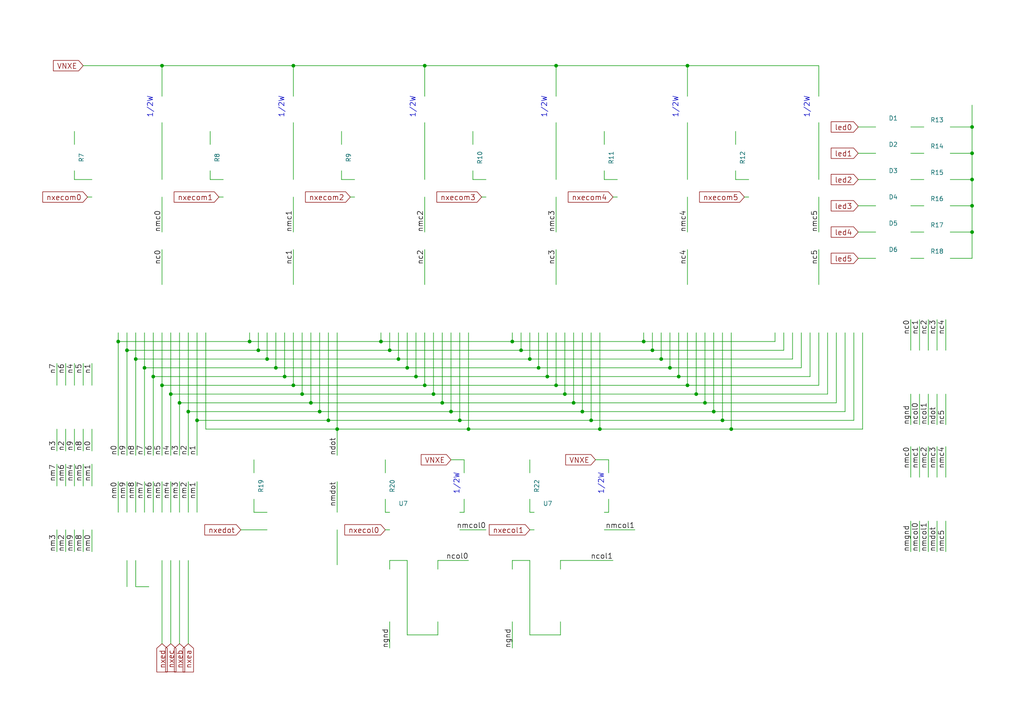
<source format=kicad_sch>
(kicad_sch (version 20211123) (generator eeschema)
  (paper "A4")
  (title_block (title "Nixie") (date "2017-10-24"))
  (lib_symbols)
  (junction (at 133.35 121.92))
  (junction (at 52.07 116.84))
  (junction (at 82.55 109.22))
  (junction (at 123.19 19.05))
  (junction (at 130.81 119.38))
  (junction (at 80.01 106.68))
  (junction (at 113.03 101.6))
  (junction (at 151.13 101.6))
  (junction (at 207.01 119.38))
  (junction (at 281.94 36.83))
  (junction (at 148.59 99.06))
  (junction (at 85.09 111.76))
  (junction (at 199.39 19.05))
  (junction (at 196.85 109.22))
  (junction (at 44.45 109.22))
  (junction (at 110.49 99.06))
  (junction (at 97.79 124.46))
  (junction (at 199.39 111.76))
  (junction (at 209.55 121.92))
  (junction (at 39.37 104.14))
  (junction (at 92.71 119.38))
  (junction (at 153.67 104.14))
  (junction (at 72.39 99.06))
  (junction (at 161.29 19.05))
  (junction (at 54.61 119.38))
  (junction (at 173.99 124.46))
  (junction (at 186.69 99.06))
  (junction (at 85.09 19.05))
  (junction (at 77.47 104.14))
  (junction (at 120.65 109.22))
  (junction (at 46.99 19.05))
  (junction (at 90.17 116.84))
  (junction (at 204.47 116.84))
  (junction (at 168.91 119.38))
  (junction (at 166.37 116.84))
  (junction (at 212.09 124.46))
  (junction (at 281.94 67.31))
  (junction (at 123.19 111.76))
  (junction (at 57.15 121.92))
  (junction (at 194.31 106.68))
  (junction (at 34.29 99.06))
  (junction (at 115.57 104.14))
  (junction (at 36.83 101.6))
  (junction (at 118.11 106.68))
  (junction (at 74.93 101.6))
  (junction (at 135.89 124.46))
  (junction (at 191.77 104.14))
  (junction (at 49.53 114.3))
  (junction (at 128.27 116.84))
  (junction (at 281.94 44.45))
  (junction (at 125.73 114.3))
  (junction (at 281.94 59.69))
  (junction (at 87.63 114.3))
  (junction (at 163.83 114.3))
  (junction (at 281.94 52.07))
  (junction (at 41.91 106.68))
  (junction (at 161.29 111.76))
  (junction (at 95.25 121.92))
  (junction (at 158.75 109.22))
  (junction (at 156.21 106.68))
  (junction (at 46.99 111.76))
  (junction (at 189.23 101.6))
  (junction (at 171.45 121.92))
  (junction (at 201.93 114.3))
  (wire (pts (xy 196.85 96.52) (xy 196.85 109.22)))
  (wire (pts (xy 110.49 96.52) (xy 110.49 99.06)))
  (wire (pts (xy 153.67 148.59) (xy 154.94 148.59)))
  (wire (pts (xy 16.51 140.97) (xy 16.51 134.62)))
  (wire (pts (xy 77.47 104.14) (xy 115.57 104.14)))
  (wire (pts (xy 274.32 101.6) (xy 274.32 92.71)))
  (wire (pts (xy 46.99 27.94) (xy 46.99 19.05)))
  (wire (pts (xy 153.67 162.56) (xy 148.59 162.56)))
  (wire (pts (xy 39.37 170.18) (xy 43.18 170.18)))
  (wire (pts (xy 176.53 144.78) (xy 176.53 148.59)))
  (wire (pts (xy 72.39 96.52) (xy 72.39 99.06)))
  (wire (pts (xy 134.62 133.35) (xy 134.62 137.16)))
  (wire (pts (xy 232.41 106.68) (xy 232.41 96.52)))
  (wire (pts (xy 74.93 96.52) (xy 74.93 101.6)))
  (wire (pts (xy 153.67 133.35) (xy 153.67 137.16)))
  (wire (pts (xy 266.7 123.19) (xy 266.7 114.3)))
  (wire (pts (xy 113.03 101.6) (xy 151.13 101.6)))
  (wire (pts (xy 39.37 104.14) (xy 77.47 104.14)))
  (wire (pts (xy 161.29 19.05) (xy 199.39 19.05)))
  (wire (pts (xy 97.79 153.67) (xy 97.79 163.83)))
  (wire (pts (xy 194.31 106.68) (xy 232.41 106.68)))
  (wire (pts (xy 125.73 96.52) (xy 125.73 114.3)))
  (wire (pts (xy 264.16 74.93) (xy 267.97 74.93)))
  (wire (pts (xy 99.06 52.07) (xy 102.87 52.07)))
  (wire (pts (xy 137.16 49.53) (xy 137.16 52.07)))
  (wire (pts (xy 60.96 38.1) (xy 60.96 41.91)))
  (wire (pts (xy 39.37 96.52) (xy 39.37 104.14)))
  (wire (pts (xy 275.59 52.07) (xy 281.94 52.07)))
  (wire (pts (xy 266.7 101.6) (xy 266.7 92.71)))
  (wire (pts (xy 69.85 153.67) (xy 77.47 153.67)))
  (wire (pts (xy 118.11 106.68) (xy 156.21 106.68)))
  (wire (pts (xy 275.59 36.83) (xy 281.94 36.83)))
  (wire (pts (xy 213.36 38.1) (xy 213.36 41.91)))
  (wire (pts (xy 127 162.56) (xy 127 165.1)))
  (wire (pts (xy 87.63 96.52) (xy 87.63 114.3)))
  (wire (pts (xy 250.19 124.46) (xy 250.19 96.52)))
  (wire (pts (xy 161.29 111.76) (xy 199.39 111.76)))
  (wire (pts (xy 123.19 35.56) (xy 123.19 52.07)))
  (wire (pts (xy 36.83 101.6) (xy 74.93 101.6)))
  (wire (pts (xy 175.26 38.1) (xy 175.26 41.91)))
  (wire (pts (xy 49.53 162.56) (xy 49.53 186.69)))
  (wire (pts (xy 77.47 148.59) (xy 73.66 148.59)))
  (wire (pts (xy 39.37 162.56) (xy 39.37 170.18)))
  (wire (pts (xy 171.45 121.92) (xy 209.55 121.92)))
  (wire (pts (xy 90.17 116.84) (xy 128.27 116.84)))
  (wire (pts (xy 168.91 119.38) (xy 207.01 119.38)))
  (wire (pts (xy 110.49 99.06) (xy 148.59 99.06)))
  (wire (pts (xy 130.81 96.52) (xy 130.81 119.38)))
  (wire (pts (xy 101.6 57.15) (xy 102.87 57.15)))
  (wire (pts (xy 191.77 104.14) (xy 229.87 104.14)))
  (wire (pts (xy 123.19 111.76) (xy 161.29 111.76)))
  (wire (pts (xy 49.53 96.52) (xy 49.53 114.3)))
  (wire (pts (xy 248.92 52.07) (xy 254 52.07)))
  (wire (pts (xy 240.03 114.3) (xy 240.03 96.52)))
  (wire (pts (xy 213.36 49.53) (xy 213.36 52.07)))
  (wire (pts (xy 46.99 111.76) (xy 46.99 132.08)))
  (wire (pts (xy 19.05 140.97) (xy 19.05 134.62)))
  (wire (pts (xy 158.75 109.22) (xy 196.85 109.22)))
  (wire (pts (xy 80.01 106.68) (xy 118.11 106.68)))
  (wire (pts (xy 44.45 109.22) (xy 44.45 132.08)))
  (wire (pts (xy 99.06 38.1) (xy 99.06 41.91)))
  (wire (pts (xy 237.49 19.05) (xy 237.49 27.94)))
  (wire (pts (xy 41.91 106.68) (xy 80.01 106.68)))
  (wire (pts (xy 111.76 133.35) (xy 111.76 137.16)))
  (wire (pts (xy 264.16 36.83) (xy 267.97 36.83)))
  (wire (pts (xy 36.83 96.52) (xy 36.83 101.6)))
  (wire (pts (xy 133.35 121.92) (xy 171.45 121.92)))
  (wire (pts (xy 229.87 104.14) (xy 229.87 96.52)))
  (wire (pts (xy 153.67 96.52) (xy 153.67 104.14)))
  (wire (pts (xy 60.96 49.53) (xy 60.96 52.07)))
  (wire (pts (xy 175.26 52.07) (xy 179.07 52.07)))
  (wire (pts (xy 176.53 148.59) (xy 175.26 148.59)))
  (wire (pts (xy 52.07 116.84) (xy 90.17 116.84)))
  (wire (pts (xy 175.26 49.53) (xy 175.26 52.07)))
  (wire (pts (xy 199.39 111.76) (xy 237.49 111.76)))
  (wire (pts (xy 162.56 180.34) (xy 162.56 184.15)))
  (wire (pts (xy 118.11 96.52) (xy 118.11 106.68)))
  (wire (pts (xy 242.57 116.84) (xy 242.57 96.52)))
  (wire (pts (xy 36.83 148.59) (xy 36.83 139.7)))
  (wire (pts (xy 264.16 123.19) (xy 264.16 114.3)))
  (wire (pts (xy 264.16 101.6) (xy 264.16 92.71)))
  (wire (pts (xy 237.49 57.15) (xy 237.49 67.31)))
  (wire (pts (xy 97.79 124.46) (xy 97.79 132.08)))
  (wire (pts (xy 166.37 96.52) (xy 166.37 116.84)))
  (wire (pts (xy 52.07 148.59) (xy 52.07 139.7)))
  (wire (pts (xy 264.16 160.02) (xy 264.16 151.13)))
  (wire (pts (xy 171.45 96.52) (xy 171.45 121.92)))
  (wire (pts (xy 156.21 96.52) (xy 156.21 106.68)))
  (wire (pts (xy 111.76 148.59) (xy 113.03 148.59)))
  (wire (pts (xy 26.67 140.97) (xy 26.67 134.62)))
  (wire (pts (xy 271.78 123.19) (xy 271.78 114.3)))
  (wire (pts (xy 191.77 96.52) (xy 191.77 104.14)))
  (wire (pts (xy 57.15 121.92) (xy 95.25 121.92)))
  (wire (pts (xy 59.69 124.46) (xy 97.79 124.46)))
  (wire (pts (xy 74.93 101.6) (xy 113.03 101.6)))
  (wire (pts (xy 123.19 57.15) (xy 123.19 67.31)))
  (wire (pts (xy 46.99 82.55) (xy 46.99 72.39)))
  (wire (pts (xy 137.16 52.07) (xy 140.97 52.07)))
  (wire (pts (xy 209.55 96.52) (xy 209.55 121.92)))
  (wire (pts (xy 21.59 52.07) (xy 26.67 52.07)))
  (wire (pts (xy 52.07 116.84) (xy 52.07 132.08)))
  (wire (pts (xy 85.09 111.76) (xy 123.19 111.76)))
  (wire (pts (xy 158.75 96.52) (xy 158.75 109.22)))
  (wire (pts (xy 41.91 148.59) (xy 41.91 139.7)))
  (wire (pts (xy 54.61 96.52) (xy 54.61 119.38)))
  (wire (pts (xy 99.06 49.53) (xy 99.06 52.07)))
  (wire (pts (xy 199.39 57.15) (xy 199.39 67.31)))
  (wire (pts (xy 271.78 101.6) (xy 271.78 92.71)))
  (wire (pts (xy 85.09 96.52) (xy 85.09 111.76)))
  (wire (pts (xy 176.53 133.35) (xy 176.53 137.16)))
  (wire (pts (xy 85.09 35.56) (xy 85.09 52.07)))
  (wire (pts (xy 134.62 144.78) (xy 134.62 148.59)))
  (wire (pts (xy 207.01 96.52) (xy 207.01 119.38)))
  (wire (pts (xy 264.16 52.07) (xy 267.97 52.07)))
  (wire (pts (xy 248.92 67.31) (xy 254 67.31)))
  (wire (pts (xy 19.05 111.76) (xy 19.05 105.41)))
  (wire (pts (xy 125.73 114.3) (xy 163.83 114.3)))
  (wire (pts (xy 148.59 96.52) (xy 148.59 99.06)))
  (wire (pts (xy 26.67 130.81) (xy 26.67 124.46)))
  (wire (pts (xy 264.16 67.31) (xy 267.97 67.31)))
  (wire (pts (xy 151.13 101.6) (xy 189.23 101.6)))
  (wire (pts (xy 139.7 57.15) (xy 140.97 57.15)))
  (wire (pts (xy 281.94 67.31) (xy 281.94 59.69)))
  (wire (pts (xy 153.67 104.14) (xy 191.77 104.14)))
  (wire (pts (xy 123.19 19.05) (xy 161.29 19.05)))
  (wire (pts (xy 25.4 57.15) (xy 26.67 57.15)))
  (wire (pts (xy 82.55 109.22) (xy 120.65 109.22)))
  (wire (pts (xy 207.01 119.38) (xy 245.11 119.38)))
  (wire (pts (xy 135.89 124.46) (xy 173.99 124.46)))
  (wire (pts (xy 212.09 124.46) (xy 212.09 96.52)))
  (wire (pts (xy 281.94 44.45) (xy 281.94 36.83)))
  (wire (pts (xy 113.03 162.56) (xy 113.03 165.1)))
  (wire (pts (xy 118.11 184.15) (xy 118.11 162.56)))
  (wire (pts (xy 44.45 148.59) (xy 44.45 139.7)))
  (wire (pts (xy 16.51 105.41) (xy 16.51 111.76)))
  (wire (pts (xy 57.15 148.59) (xy 57.15 139.7)))
  (wire (pts (xy 90.17 96.52) (xy 90.17 116.84)))
  (wire (pts (xy 135.89 162.56) (xy 127 162.56)))
  (wire (pts (xy 41.91 106.68) (xy 41.91 132.08)))
  (wire (pts (xy 97.79 96.52) (xy 97.79 124.46)))
  (wire (pts (xy 269.24 160.02) (xy 269.24 151.13)))
  (wire (pts (xy 54.61 162.56) (xy 54.61 186.69)))
  (wire (pts (xy 163.83 114.3) (xy 163.83 96.52)))
  (wire (pts (xy 162.56 184.15) (xy 153.67 184.15)))
  (wire (pts (xy 24.13 111.76) (xy 24.13 105.41)))
  (wire (pts (xy 199.39 96.52) (xy 199.39 111.76)))
  (wire (pts (xy 264.16 44.45) (xy 267.97 44.45)))
  (wire (pts (xy 162.56 162.56) (xy 177.8 162.56)))
  (wire (pts (xy 34.29 148.59) (xy 34.29 139.7)))
  (wire (pts (xy 113.03 96.52) (xy 113.03 101.6)))
  (wire (pts (xy 281.94 59.69) (xy 281.94 52.07)))
  (wire (pts (xy 201.93 114.3) (xy 240.03 114.3)))
  (wire (pts (xy 186.69 99.06) (xy 224.79 99.06)))
  (wire (pts (xy 266.7 160.02) (xy 266.7 151.13)))
  (wire (pts (xy 134.62 148.59) (xy 133.35 148.59)))
  (wire (pts (xy 128.27 96.52) (xy 128.27 116.84)))
  (wire (pts (xy 54.61 119.38) (xy 92.71 119.38)))
  (wire (pts (xy 266.7 138.43) (xy 266.7 129.54)))
  (wire (pts (xy 21.59 49.53) (xy 21.59 52.07)))
  (wire (pts (xy 194.31 96.52) (xy 194.31 106.68)))
  (wire (pts (xy 153.67 184.15) (xy 153.67 162.56)))
  (wire (pts (xy 115.57 96.52) (xy 115.57 104.14)))
  (wire (pts (xy 46.99 148.59) (xy 46.99 139.7)))
  (wire (pts (xy 97.79 148.59) (xy 97.79 139.7)))
  (wire (pts (xy 57.15 121.92) (xy 57.15 132.08)))
  (wire (pts (xy 264.16 138.43) (xy 264.16 129.54)))
  (wire (pts (xy 49.53 114.3) (xy 87.63 114.3)))
  (wire (pts (xy 201.93 96.52) (xy 201.93 114.3)))
  (wire (pts (xy 92.71 96.52) (xy 92.71 119.38)))
  (wire (pts (xy 161.29 57.15) (xy 161.29 67.31)))
  (wire (pts (xy 275.59 44.45) (xy 281.94 44.45)))
  (wire (pts (xy 34.29 99.06) (xy 72.39 99.06)))
  (wire (pts (xy 54.61 148.59) (xy 54.61 139.7)))
  (wire (pts (xy 163.83 114.3) (xy 201.93 114.3)))
  (wire (pts (xy 161.29 35.56) (xy 161.29 52.07)))
  (wire (pts (xy 135.89 124.46) (xy 135.89 96.52)))
  (wire (pts (xy 151.13 96.52) (xy 151.13 101.6)))
  (wire (pts (xy 123.19 27.94) (xy 123.19 19.05)))
  (wire (pts (xy 118.11 162.56) (xy 113.03 162.56)))
  (wire (pts (xy 46.99 35.56) (xy 46.99 52.07)))
  (wire (pts (xy 275.59 67.31) (xy 281.94 67.31)))
  (wire (pts (xy 271.78 138.43) (xy 271.78 129.54)))
  (wire (pts (xy 19.05 130.81) (xy 19.05 124.46)))
  (wire (pts (xy 24.13 140.97) (xy 24.13 134.62)))
  (wire (pts (xy 248.92 59.69) (xy 254 59.69)))
  (wire (pts (xy 161.29 82.55) (xy 161.29 72.39)))
  (wire (pts (xy 123.19 96.52) (xy 123.19 111.76)))
  (wire (pts (xy 46.99 111.76) (xy 85.09 111.76)))
  (wire (pts (xy 130.81 119.38) (xy 168.91 119.38)))
  (wire (pts (xy 172.72 133.35) (xy 176.53 133.35)))
  (wire (pts (xy 95.25 121.92) (xy 133.35 121.92)))
  (wire (pts (xy 97.79 124.46) (xy 135.89 124.46)))
  (wire (pts (xy 275.59 74.93) (xy 281.94 74.93)))
  (wire (pts (xy 199.39 82.55) (xy 199.39 72.39)))
  (wire (pts (xy 21.59 124.46) (xy 21.59 130.81)))
  (wire (pts (xy 16.51 124.46) (xy 16.51 130.81)))
  (wire (pts (xy 204.47 96.52) (xy 204.47 116.84)))
  (wire (pts (xy 24.13 130.81) (xy 24.13 124.46)))
  (wire (pts (xy 154.94 153.67) (xy 153.67 153.67)))
  (wire (pts (xy 162.56 165.1) (xy 162.56 162.56)))
  (wire (pts (xy 82.55 96.52) (xy 82.55 109.22)))
  (wire (pts (xy 177.8 57.15) (xy 179.07 57.15)))
  (wire (pts (xy 148.59 162.56) (xy 148.59 165.1)))
  (wire (pts (xy 34.29 96.52) (xy 34.29 99.06)))
  (wire (pts (xy 161.29 96.52) (xy 161.29 111.76)))
  (wire (pts (xy 46.99 57.15) (xy 46.99 67.31)))
  (wire (pts (xy 274.32 123.19) (xy 274.32 114.3)))
  (wire (pts (xy 46.99 96.52) (xy 46.99 111.76)))
  (wire (pts (xy 19.05 160.02) (xy 19.05 153.67)))
  (wire (pts (xy 245.11 119.38) (xy 245.11 96.52)))
  (wire (pts (xy 21.59 160.02) (xy 21.59 153.67)))
  (wire (pts (xy 281.94 36.83) (xy 281.94 30.48)))
  (wire (pts (xy 247.65 121.92) (xy 247.65 96.52)))
  (wire (pts (xy 248.92 44.45) (xy 254 44.45)))
  (wire (pts (xy 204.47 116.84) (xy 242.57 116.84)))
  (wire (pts (xy 39.37 148.59) (xy 39.37 139.7)))
  (wire (pts (xy 161.29 27.94) (xy 161.29 19.05)))
  (wire (pts (xy 111.76 153.67) (xy 113.03 153.67)))
  (wire (pts (xy 34.29 99.06) (xy 34.29 132.08)))
  (wire (pts (xy 209.55 121.92) (xy 247.65 121.92)))
  (wire (pts (xy 248.92 74.93) (xy 254 74.93)))
  (wire (pts (xy 73.66 148.59) (xy 73.66 144.78)))
  (wire (pts (xy 227.33 101.6) (xy 227.33 96.52)))
  (wire (pts (xy 224.79 99.06) (xy 224.79 96.52)))
  (wire (pts (xy 120.65 96.52) (xy 120.65 109.22)))
  (wire (pts (xy 113.03 180.34) (xy 113.03 187.96)))
  (wire (pts (xy 275.59 59.69) (xy 281.94 59.69)))
  (wire (pts (xy 39.37 104.14) (xy 39.37 132.08)))
  (wire (pts (xy 46.99 19.05) (xy 85.09 19.05)))
  (wire (pts (xy 128.27 116.84) (xy 166.37 116.84)))
  (wire (pts (xy 237.49 82.55) (xy 237.49 72.39)))
  (wire (pts (xy 115.57 104.14) (xy 153.67 104.14)))
  (wire (pts (xy 73.66 133.35) (xy 73.66 137.16)))
  (wire (pts (xy 127 180.34) (xy 127 184.15)))
  (wire (pts (xy 199.39 27.94) (xy 199.39 19.05)))
  (wire (pts (xy 63.5 57.15) (xy 64.77 57.15)))
  (wire (pts (xy 44.45 96.52) (xy 44.45 109.22)))
  (wire (pts (xy 26.67 160.02) (xy 26.67 153.67)))
  (wire (pts (xy 189.23 96.52) (xy 189.23 101.6)))
  (wire (pts (xy 87.63 114.3) (xy 125.73 114.3)))
  (wire (pts (xy 234.95 109.22) (xy 234.95 96.52)))
  (wire (pts (xy 49.53 148.59) (xy 49.53 139.7)))
  (wire (pts (xy 21.59 38.1) (xy 21.59 41.91)))
  (wire (pts (xy 133.35 153.67) (xy 140.97 153.67)))
  (wire (pts (xy 168.91 96.52) (xy 168.91 119.38)))
  (wire (pts (xy 199.39 35.56) (xy 199.39 52.07)))
  (wire (pts (xy 196.85 109.22) (xy 234.95 109.22)))
  (wire (pts (xy 120.65 109.22) (xy 158.75 109.22)))
  (wire (pts (xy 72.39 99.06) (xy 110.49 99.06)))
  (wire (pts (xy 133.35 96.52) (xy 133.35 121.92)))
  (wire (pts (xy 175.26 153.67) (xy 184.15 153.67)))
  (wire (pts (xy 54.61 119.38) (xy 54.61 132.08)))
  (wire (pts (xy 52.07 96.52) (xy 52.07 116.84)))
  (wire (pts (xy 269.24 101.6) (xy 269.24 92.71)))
  (wire (pts (xy 111.76 144.78) (xy 111.76 148.59)))
  (wire (pts (xy 281.94 52.07) (xy 281.94 44.45)))
  (wire (pts (xy 215.9 57.15) (xy 217.17 57.15)))
  (wire (pts (xy 237.49 35.56) (xy 237.49 52.07)))
  (wire (pts (xy 24.13 160.02) (xy 24.13 153.67)))
  (wire (pts (xy 46.99 162.56) (xy 46.99 186.69)))
  (wire (pts (xy 264.16 59.69) (xy 267.97 59.69)))
  (wire (pts (xy 36.83 162.56) (xy 36.83 170.18)))
  (wire (pts (xy 85.09 19.05) (xy 123.19 19.05)))
  (wire (pts (xy 80.01 96.52) (xy 80.01 106.68)))
  (wire (pts (xy 213.36 52.07) (xy 217.17 52.07)))
  (wire (pts (xy 274.32 160.02) (xy 274.32 151.13)))
  (wire (pts (xy 173.99 124.46) (xy 173.99 96.52)))
  (wire (pts (xy 123.19 82.55) (xy 123.19 72.39)))
  (wire (pts (xy 237.49 111.76) (xy 237.49 96.52)))
  (wire (pts (xy 44.45 109.22) (xy 82.55 109.22)))
  (wire (pts (xy 85.09 57.15) (xy 85.09 67.31)))
  (wire (pts (xy 26.67 111.76) (xy 26.67 105.41)))
  (wire (pts (xy 153.67 144.78) (xy 153.67 148.59)))
  (wire (pts (xy 49.53 114.3) (xy 49.53 132.08)))
  (wire (pts (xy 199.39 19.05) (xy 237.49 19.05)))
  (wire (pts (xy 77.47 96.52) (xy 77.47 104.14)))
  (wire (pts (xy 21.59 105.41) (xy 21.59 111.76)))
  (wire (pts (xy 60.96 52.07) (xy 64.77 52.07)))
  (wire (pts (xy 166.37 116.84) (xy 204.47 116.84)))
  (wire (pts (xy 269.24 138.43) (xy 269.24 129.54)))
  (wire (pts (xy 156.21 106.68) (xy 194.31 106.68)))
  (wire (pts (xy 59.69 96.52) (xy 59.69 124.46)))
  (wire (pts (xy 85.09 82.55) (xy 85.09 72.39)))
  (wire (pts (xy 137.16 38.1) (xy 137.16 41.91)))
  (wire (pts (xy 127 184.15) (xy 118.11 184.15)))
  (wire (pts (xy 24.13 19.05) (xy 46.99 19.05)))
  (wire (pts (xy 52.07 162.56) (xy 52.07 186.69)))
  (wire (pts (xy 189.23 101.6) (xy 227.33 101.6)))
  (wire (pts (xy 21.59 140.97) (xy 21.59 134.62)))
  (wire (pts (xy 148.59 180.34) (xy 148.59 187.96)))
  (wire (pts (xy 41.91 96.52) (xy 41.91 106.68)))
  (wire (pts (xy 148.59 99.06) (xy 186.69 99.06)))
  (wire (pts (xy 281.94 74.93) (xy 281.94 67.31)))
  (wire (pts (xy 16.51 160.02) (xy 16.51 153.67)))
  (wire (pts (xy 248.92 36.83) (xy 254 36.83)))
  (wire (pts (xy 130.81 133.35) (xy 134.62 133.35)))
  (wire (pts (xy 85.09 27.94) (xy 85.09 19.05)))
  (wire (pts (xy 212.09 124.46) (xy 250.19 124.46)))
  (wire (pts (xy 274.32 138.43) (xy 274.32 129.54)))
  (wire (pts (xy 186.69 96.52) (xy 186.69 99.06)))
  (wire (pts (xy 269.24 123.19) (xy 269.24 114.3)))
  (wire (pts (xy 57.15 96.52) (xy 57.15 121.92)))
  (wire (pts (xy 271.78 160.02) (xy 271.78 151.13)))
  (wire (pts (xy 173.99 124.46) (xy 212.09 124.46)))
  (wire (pts (xy 36.83 101.6) (xy 36.83 132.08)))
  (wire (pts (xy 92.71 119.38) (xy 130.81 119.38)))
  (wire (pts (xy 95.25 96.52) (xy 95.25 121.92)))
  (text "1/2W" (at 175.26 143.51 90) (effects (font (size 1.524 1.524)) (justify left bottom)))
  (text "1/2W" (at 196.85 34.29 90) (effects (font (size 1.524 1.524)) (justify left bottom)))
  (text "1/2W" (at 82.55 34.29 90) (effects (font (size 1.524 1.524)) (justify left bottom)))
  (text "1/2W" (at 44.45 34.29 90) (effects (font (size 1.524 1.524)) (justify left bottom)))
  (text "1/2W" (at 234.95 34.29 90) (effects (font (size 1.524 1.524)) (justify left bottom)))
  (text "1/2W" (at 133.35 143.51 90) (effects (font (size 1.524 1.524)) (justify left bottom)))
  (text "1/2W" (at 120.65 34.29 90) (effects (font (size 1.524 1.524)) (justify left bottom)))
  (text "1/2W" (at 158.75 34.29 90) (effects (font (size 1.524 1.524)) (justify left bottom)))
  (label "nc4" (at 274.32 92.71 270) (effects (font (size 1.524 1.524))))
  (label "nm6" (at 44.45 139.7 270) (effects (font (size 1.524 1.524))))
  (label "ncol1" (at 269.24 123.19 90) (effects (font (size 1.524 1.524))))
  (label "nc0" (at 264.16 92.71 270) (effects (font (size 1.524 1.524))))
  (label "n8" (at 39.37 132.08 90) (effects (font (size 1.524 1.524))))
  (label "nmc5" (at 237.49 67.31 90) (effects (font (size 1.524 1.524))))
  (label "nmcol0" (at 140.97 153.67 180) (effects (font (size 1.524 1.524))))
  (label "nm6" (at 19.05 134.62 270) (effects (font (size 1.524 1.524))))
  (label "nmdot" (at 271.78 160.02 90) (effects (font (size 1.524 1.524))))
  (label "nm2" (at 19.05 160.02 90) (effects (font (size 1.524 1.524))))
  (label "nc2" (at 269.24 92.71 270) (effects (font (size 1.524 1.524))))
  (label "nmgnd" (at 264.16 160.02 90) (effects (font (size 1.524 1.524))))
  (label "n9" (at 36.83 132.08 90) (effects (font (size 1.524 1.524))))
  (label "n5" (at 46.99 132.08 90) (effects (font (size 1.524 1.524))))
  (label "nm0" (at 34.29 139.7 270) (effects (font (size 1.524 1.524))))
  (label "ndot" (at 271.78 123.19 90) (effects (font (size 1.524 1.524))))
  (label "ndot" (at 97.79 132.08 90) (effects (font (size 1.524 1.524))))
  (label "nmcol1" (at 184.15 153.67 180) (effects (font (size 1.524 1.524))))
  (label "n3" (at 52.07 132.08 90) (effects (font (size 1.524 1.524))))
  (label "n6" (at 19.05 105.41 270) (effects (font (size 1.524 1.524))))
  (label "nmc1" (at 266.7 129.54 270) (effects (font (size 1.524 1.524))))
  (label "nm7" (at 41.91 139.7 270) (effects (font (size 1.524 1.524))))
  (label "n4" (at 21.59 105.41 270) (effects (font (size 1.524 1.524))))
  (label "n6" (at 44.45 132.08 90) (effects (font (size 1.524 1.524))))
  (label "n8" (at 24.13 130.81 90) (effects (font (size 1.524 1.524))))
  (label "nmc4" (at 199.39 67.31 90) (effects (font (size 1.524 1.524))))
  (label "n4" (at 49.53 132.08 90) (effects (font (size 1.524 1.524))))
  (label "n0" (at 34.29 132.08 90) (effects (font (size 1.524 1.524))))
  (label "nmc3" (at 271.78 129.54 270) (effects (font (size 1.524 1.524))))
  (label "nm3" (at 16.51 160.02 90) (effects (font (size 1.524 1.524))))
  (label "n3" (at 16.51 130.81 90) (effects (font (size 1.524 1.524))))
  (label "nmc5" (at 274.32 160.02 90) (effects (font (size 1.524 1.524))))
  (label "ncol0" (at 266.7 123.19 90) (effects (font (size 1.524 1.524))))
  (label "nm4" (at 49.53 139.7 270) (effects (font (size 1.524 1.524))))
  (label "nm5" (at 46.99 139.7 270) (effects (font (size 1.524 1.524))))
  (label "nmc3" (at 161.29 67.31 90) (effects (font (size 1.524 1.524))))
  (label "nmc1" (at 85.09 67.31 90) (effects (font (size 1.524 1.524))))
  (label "nmc4" (at 274.32 129.54 270) (effects (font (size 1.524 1.524))))
  (label "nmc2" (at 123.19 67.31 90) (effects (font (size 1.524 1.524))))
  (label "nm1" (at 57.15 139.7 270) (effects (font (size 1.524 1.524))))
  (label "n5" (at 24.13 105.41 270) (effects (font (size 1.524 1.524))))
  (label "nm5" (at 24.13 134.62 270) (effects (font (size 1.524 1.524))))
  (label "ngnd" (at 148.59 187.96 90) (effects (font (size 1.524 1.524))))
  (label "nc1" (at 266.7 92.71 270) (effects (font (size 1.524 1.524))))
  (label "nmc0" (at 264.16 129.54 270) (effects (font (size 1.524 1.524))))
  (label "nm8" (at 39.37 139.7 270) (effects (font (size 1.524 1.524))))
  (label "n7" (at 41.91 132.08 90) (effects (font (size 1.524 1.524))))
  (label "nmcol0" (at 266.7 160.02 90) (effects (font (size 1.524 1.524))))
  (label "nm9" (at 21.59 160.02 90) (effects (font (size 1.524 1.524))))
  (label "nc3" (at 271.78 92.71 270) (effects (font (size 1.524 1.524))))
  (label "nmcol1" (at 269.24 160.02 90) (effects (font (size 1.524 1.524))))
  (label "nm0" (at 26.67 160.02 90) (effects (font (size 1.524 1.524))))
  (label "nc5" (at 274.32 123.19 90) (effects (font (size 1.524 1.524))))
  (label "ngnd" (at 264.16 123.19 90) (effects (font (size 1.524 1.524))))
  (label "ncol0" (at 135.89 162.56 180) (effects (font (size 1.524 1.524))))
  (label "n2" (at 54.61 132.08 90) (effects (font (size 1.524 1.524))))
  (label "nc2" (at 123.19 72.39 270) (effects (font (size 1.524 1.524))))
  (label "n0" (at 26.67 130.81 90) (effects (font (size 1.524 1.524))))
  (label "nm9" (at 36.83 139.7 270) (effects (font (size 1.524 1.524))))
  (label "nm3" (at 52.07 139.7 270) (effects (font (size 1.524 1.524))))
  (label "nc4" (at 199.39 72.39 270) (effects (font (size 1.524 1.524))))
  (label "nc5" (at 237.49 72.39 270) (effects (font (size 1.524 1.524))))
  (label "ncol1" (at 177.8 162.56 180) (effects (font (size 1.524 1.524))))
  (label "nm2" (at 54.61 139.7 270) (effects (font (size 1.524 1.524))))
  (label "nm8" (at 24.13 160.02 90) (effects (font (size 1.524 1.524))))
  (label "nmdot" (at 97.79 139.7 270) (effects (font (size 1.524 1.524))))
  (label "nc1" (at 85.09 72.39 270) (effects (font (size 1.524 1.524))))
  (label "nmc0" (at 46.99 67.31 90) (effects (font (size 1.524 1.524))))
  (label "n1" (at 57.15 132.08 90) (effects (font (size 1.524 1.524))))
  (label "n7" (at 16.51 105.41 270) (effects (font (size 1.524 1.524))))
  (label "n1" (at 26.67 105.41 270) (effects (font (size 1.524 1.524))))
  (label "nm7" (at 16.51 134.62 270) (effects (font (size 1.524 1.524))))
  (label "nm1" (at 26.67 134.62 270) (effects (font (size 1.524 1.524))))
  (label "nc0" (at 46.99 72.39 270) (effects (font (size 1.524 1.524))))
  (label "n2" (at 19.05 130.81 90) (effects (font (size 1.524 1.524))))
  (label "nc3" (at 161.29 72.39 270) (effects (font (size 1.524 1.524))))
  (label "nm4" (at 21.59 134.62 270) (effects (font (size 1.524 1.524))))
  (label "n9" (at 21.59 130.81 90) (effects (font (size 1.524 1.524))))
  (label "nmc2" (at 269.24 129.54 270) (effects (font (size 1.524 1.524))))
  (label "ngnd" (at 113.03 187.96 90) (effects (font (size 1.524 1.524))))
  (global_label "nxecom5" (shape input) (at 215.9 57.15 180) (effects (font (size 1.524 1.524))) (property "Intersheet References" "${INTERSHEET_REFS}" (effects hide)))
  (global_label "nxec" (shape input) (at 49.53 186.69 270) (effects (font (size 1.524 1.524))) (property "Intersheet References" "${INTERSHEET_REFS}" (effects hide)))
  (global_label "nxecol1" (shape input) (at 153.67 153.67 180) (effects (font (size 1.524 1.524))) (property "Intersheet References" "${INTERSHEET_REFS}" (effects hide)))
  (global_label "nxecom1" (shape input) (at 63.5 57.15 180) (effects (font (size 1.524 1.524))) (property "Intersheet References" "${INTERSHEET_REFS}" (effects hide)))
  (global_label "nxeb" (shape input) (at 52.07 186.69 270) (effects (font (size 1.524 1.524))) (property "Intersheet References" "${INTERSHEET_REFS}" (effects hide)))
  (global_label "VNXE" (shape input) (at 130.81 133.35 180) (effects (font (size 1.524 1.524))) (property "Intersheet References" "${INTERSHEET_REFS}" (effects hide)))
  (global_label "nxed" (shape input) (at 46.99 186.69 270) (effects (font (size 1.524 1.524))) (property "Intersheet References" "${INTERSHEET_REFS}" (effects hide)))
  (global_label "nxecom3" (shape input) (at 139.7 57.15 180) (effects (font (size 1.524 1.524))) (property "Intersheet References" "${INTERSHEET_REFS}" (effects hide)))
  (global_label "nxedot" (shape input) (at 69.85 153.67 180) (effects (font (size 1.524 1.524))) (property "Intersheet References" "${INTERSHEET_REFS}" (effects hide)))
  (global_label "led4" (shape input) (at 248.92 67.31 180) (effects (font (size 1.524 1.524))) (property "Intersheet References" "${INTERSHEET_REFS}" (effects hide)))
  (global_label "nxecol0" (shape input) (at 111.76 153.67 180) (effects (font (size 1.524 1.524))) (property "Intersheet References" "${INTERSHEET_REFS}" (effects hide)))
  (global_label "led1" (shape input) (at 248.92 44.45 180) (effects (font (size 1.524 1.524))) (property "Intersheet References" "${INTERSHEET_REFS}" (effects hide)))
  (global_label "VNXE" (shape input) (at 172.72 133.35 180) (effects (font (size 1.524 1.524))) (property "Intersheet References" "${INTERSHEET_REFS}" (effects hide)))
  (global_label "nxecom2" (shape input) (at 101.6 57.15 180) (effects (font (size 1.524 1.524))) (property "Intersheet References" "${INTERSHEET_REFS}" (effects hide)))
  (global_label "nxecom4" (shape input) (at 177.8 57.15 180) (effects (font (size 1.524 1.524))) (property "Intersheet References" "${INTERSHEET_REFS}" (effects hide)))
  (global_label "nxea" (shape input) (at 54.61 186.69 270) (effects (font (size 1.524 1.524))) (property "Intersheet References" "${INTERSHEET_REFS}" (effects hide)))
  (global_label "led5" (shape input) (at 248.92 74.93 180) (effects (font (size 1.524 1.524))) (property "Intersheet References" "${INTERSHEET_REFS}" (effects hide)))
  (global_label "led0" (shape input) (at 248.92 36.83 180) (effects (font (size 1.524 1.524))) (property "Intersheet References" "${INTERSHEET_REFS}" (effects hide)))
  (global_label "VNXE" (shape input) (at 24.13 19.05 180) (effects (font (size 1.524 1.524))) (property "Intersheet References" "${INTERSHEET_REFS}" (effects hide)))
  (global_label "led3" (shape input) (at 248.92 59.69 180) (effects (font (size 1.524 1.524))) (property "Intersheet References" "${INTERSHEET_REFS}" (effects hide)))
  (global_label "nxecom0" (shape input) (at 25.4 57.15 180) (effects (font (size 1.524 1.524))) (property "Intersheet References" "${INTERSHEET_REFS}" (effects hide)))
  (global_label "led2" (shape input) (at 248.92 52.07 180) (effects (font (size 1.524 1.524))) (property "Intersheet References" "${INTERSHEET_REFS}" (effects hide)))
  (symbol (lib_id "IN-12B") (at 41.91 93.98 0) (unit 1)
    (property "Reference" "NT1" (at 57.15 83.82 0) (effects (font (size 1.524 1.524))))
  )
  (symbol (lib_id "IN-12B") (at 80.01 93.98 0) (unit 1)
    (property "Reference" "NT2" (at 95.25 83.82 0) (effects (font (size 1.524 1.524))))
  )
  (symbol (lib_id "IN-12B") (at 118.11 93.98 0) (unit 1)
    (property "Reference" "NT3" (at 133.35 83.82 0) (effects (font (size 1.524 1.524))))
  )
  (symbol (lib_id "IN-12B") (at 156.21 93.98 0) (unit 1)
    (property "Reference" "NT4" (at 171.45 83.82 0) (effects (font (size 1.524 1.524))))
  )
  (symbol (lib_id "IN-12B") (at 194.31 93.98 0) (unit 1)
    (property "Reference" "NT5" (at 209.55 83.82 0) (effects (font (size 1.524 1.524))))
  )
  (symbol (lib_id "IN-12B") (at 232.41 93.98 0) (unit 1)
    (property "Reference" "NT6" (at 247.65 83.82 0) (effects (font (size 1.524 1.524))))
  )
  (symbol (lib_id "TLP627-2") (at 36.83 54.61 0) (unit 2)
    (property "Reference" "U2" (at 29.21 49.53 0) (effects (justify left)))
  )
  (symbol (lib_id "TLP627-2") (at 74.93 54.61 0) (unit 1)
    (property "Reference" "U2" (at 67.31 49.53 0) (effects (justify left)))
  )
  (symbol (lib_id "TLP627-2") (at 113.03 54.61 0) (unit 1)
    (property "Reference" "U3" (at 105.41 49.53 0) (effects (justify left)))
  )
  (symbol (lib_id "TLP627-2") (at 151.13 54.61 0) (unit 2)
    (property "Reference" "U3" (at 143.51 49.53 0) (effects (justify left)))
  )
  (symbol (lib_id "TLP627-2") (at 189.23 54.61 0) (unit 2)
    (property "Reference" "U4" (at 181.61 49.53 0) (effects (justify left)))
  )
  (symbol (lib_id "TLP627-2") (at 227.33 54.61 0) (unit 1)
    (property "Reference" "U4" (at 219.71 49.53 0) (effects (justify left)))
  )
  (symbol (lib_id "SN74141") (at 43.18 152.4 0) (unit 1)
    (property "Reference" "U5" (at 60.96 158.75 0) (effects (font (size 1.524 1.524))))
  )
  (symbol (lib_id "GND") (at 36.83 170.18 0) (unit 1)
    (property "Reference" "#PWR05" (effects hide))
  )
  (symbol (lib_id "+5V") (at 43.18 170.18 0) (unit 1)
    (property "Reference" "#PWR06" (effects hide))
  )
  (symbol (lib_id "R") (at 21.59 45.72 0) (unit 1)
    (property "Reference" "R7" (at 23.622 45.72 90))
  )
  (symbol (lib_id "R") (at 60.96 45.72 0) (unit 1)
    (property "Reference" "R8" (at 62.992 45.72 90))
  )
  (symbol (lib_id "R") (at 99.06 45.72 0) (unit 1)
    (property "Reference" "R9" (at 101.092 45.72 90))
  )
  (symbol (lib_id "R") (at 137.16 45.72 0) (unit 1)
    (property "Reference" "R10" (at 139.192 45.72 90))
  )
  (symbol (lib_id "R") (at 175.26 45.72 0) (unit 1)
    (property "Reference" "R11" (at 177.292 45.72 90))
  )
  (symbol (lib_id "R") (at 213.36 45.72 0) (unit 1)
    (property "Reference" "R12" (at 215.392 45.72 90))
  )
  (symbol (lib_id "+3.3V") (at 21.59 38.1 0) (unit 1)
    (property "Reference" "#PWR07" (effects hide))
  )
  (symbol (lib_id "+3.3V") (at 60.96 38.1 0) (unit 1)
    (property "Reference" "#PWR08" (effects hide))
  )
  (symbol (lib_id "+3.3V") (at 99.06 38.1 0) (unit 1)
    (property "Reference" "#PWR09" (effects hide))
  )
  (symbol (lib_id "+3.3V") (at 137.16 38.1 0) (unit 1)
    (property "Reference" "#PWR010" (effects hide))
  )
  (symbol (lib_id "+3.3V") (at 175.26 38.1 0) (unit 1)
    (property "Reference" "#PWR011" (effects hide))
  )
  (symbol (lib_id "+3.3V") (at 213.36 38.1 0) (unit 1)
    (property "Reference" "#PWR012" (effects hide))
  )
  (symbol (lib_id "LED") (at 259.08 36.83 0) (unit 1)
    (property "Reference" "D1" (at 259.08 34.29 0))
  )
  (symbol (lib_id "LED") (at 259.08 44.45 0) (unit 1)
    (property "Reference" "D2" (at 259.08 41.91 0))
  )
  (symbol (lib_id "LED") (at 259.08 52.07 0) (unit 1)
    (property "Reference" "D3" (at 259.08 49.53 0))
  )
  (symbol (lib_id "LED") (at 259.08 59.69 0) (unit 1)
    (property "Reference" "D4" (at 259.08 57.15 0))
  )
  (symbol (lib_id "LED") (at 259.08 67.31 0) (unit 1)
    (property "Reference" "D5" (at 259.08 64.77 0))
  )
  (symbol (lib_id "LED") (at 259.08 74.93 0) (unit 1)
    (property "Reference" "D6" (at 259.08 72.39 0))
  )
  (symbol (lib_id "R") (at 271.78 36.83 90) (unit 1)
    (property "Reference" "R13" (at 271.78 34.798 90))
  )
  (symbol (lib_id "R") (at 271.78 44.45 90) (unit 1)
    (property "Reference" "R14" (at 271.78 42.418 90))
  )
  (symbol (lib_id "R") (at 271.78 52.07 90) (unit 1)
    (property "Reference" "R15" (at 271.78 50.038 90))
  )
  (symbol (lib_id "R") (at 271.78 59.69 90) (unit 1)
    (property "Reference" "R16" (at 271.78 57.658 90))
  )
  (symbol (lib_id "R") (at 271.78 67.31 90) (unit 1)
    (property "Reference" "R17" (at 271.78 65.278 90))
  )
  (symbol (lib_id "R") (at 271.78 74.93 90) (unit 1)
    (property "Reference" "R18" (at 271.78 72.898 90))
  )
  (symbol (lib_id "+3.3V") (at 281.94 30.48 0) (unit 1)
    (property "Reference" "#PWR013" (effects hide))
  )
  (symbol (lib_id "TLP627-2") (at 123.19 151.13 0) (unit 1)
    (property "Reference" "U7" (at 115.57 146.05 0) (effects (justify left)))
  )
  (symbol (lib_id "TLP627-2") (at 165.1 151.13 0) (unit 2)
    (property "Reference" "U7" (at 157.48 146.05 0) (effects (justify left)))
  )
  (symbol (lib_id "R") (at 111.76 140.97 0) (unit 1)
    (property "Reference" "R20" (at 113.792 140.97 90))
  )
  (symbol (lib_id "R") (at 153.67 140.97 0) (unit 1)
    (property "Reference" "R22" (at 155.702 140.97 90))
  )
  (symbol (lib_id "R") (at 134.62 140.97 0) (unit 1)
    (property "Reference" "R21" (at 136.652 140.97 90))
  )
  (symbol (lib_id "R") (at 176.53 140.97 0) (unit 1)
    (property "Reference" "R23" (at 178.562 140.97 90))
  )
  (symbol (lib_id "TLP627") (at 87.63 151.13 0) (unit 1)
    (property "Reference" "U6" (at 80.01 146.05 0) (effects (justify left)))
  )
  (symbol (lib_id "R") (at 73.66 140.97 0) (unit 1)
    (property "Reference" "R19" (at 75.692 140.97 90))
  )
  (symbol (lib_id "+3.3V") (at 73.66 133.35 0) (unit 1)
    (property "Reference" "#PWR014" (effects hide))
  )
  (symbol (lib_id "R") (at 46.99 31.75 0) (unit 1)
    (property "Reference" "R1" (at 49.022 31.75 90))
  )
  (symbol (lib_id "R") (at 85.09 31.75 0) (unit 1)
    (property "Reference" "R2" (at 87.122 31.75 90))
  )
  (symbol (lib_id "R") (at 123.19 31.75 0) (unit 1)
    (property "Reference" "R3" (at 125.222 31.75 90))
  )
  (symbol (lib_id "R") (at 161.29 31.75 0) (unit 1)
    (property "Reference" "R4" (at 163.322 31.75 90))
  )
  (symbol (lib_id "R") (at 199.39 31.75 0) (unit 1)
    (property "Reference" "R5" (at 201.422 31.75 90))
  )
  (symbol (lib_id "R") (at 237.49 31.75 0) (unit 1)
    (property "Reference" "R6" (at 239.522 31.75 90))
  )
  (symbol (lib_id "CONN_02X05") (at 21.59 118.11 270) (unit 1)
    (property "Reference" "P1" (at 29.21 118.11 0))
  )
  (symbol (lib_id "GND") (at 97.79 163.83 0) (unit 1)
    (property "Reference" "#PWR015" (effects hide))
  )
  (symbol (lib_id "CONN_02X05") (at 21.59 147.32 270) (unit 1)
    (property "Reference" "P2" (at 29.21 147.32 0))
  )
  (symbol (lib_id "CONN_02X05") (at 269.24 107.95 270) (unit 1)
    (property "Reference" "P3" (at 276.86 107.95 0))
  )
  (symbol (lib_id "CONN_02X05") (at 269.24 144.78 270) (unit 1)
    (property "Reference" "P4" (at 276.86 144.78 0))
  )
  (symbol (lib_id "+3.3V") (at 111.76 133.35 0) (unit 1)
    (property "Reference" "#PWR016" (effects hide))
  )
  (symbol (lib_id "+3.3V") (at 153.67 133.35 0) (unit 1)
    (property "Reference" "#PWR017" (effects hide))
  )
  (symbol (lib_id "IN-3") (at 113.03 171.45 0) (unit 1)
    (property "Reference" "NT7" (at 107.442 172.212 90) (effects (font (size 1.524 1.524))))
  )
  (symbol (lib_id "IN-3") (at 127 171.45 0) (unit 1)
    (property "Reference" "NT8" (at 121.412 172.212 90) (effects (font (size 1.524 1.524))))
  )
  (symbol (lib_id "IN-3") (at 148.59 171.45 0) (unit 1)
    (property "Reference" "NT9" (at 143.002 172.212 90) (effects (font (size 1.524 1.524))))
  )
  (symbol (lib_id "IN-3") (at 162.56 171.45 0) (unit 1)
    (property "Reference" "NT10" (at 156.972 172.212 90) (effects (font (size 1.524 1.524))))
  )
  (symbol (lib_id "GND") (at 264.16 160.02 0) (unit 1)
    (property "Reference" "#PWR018" (effects hide))
  )
)
</source>
